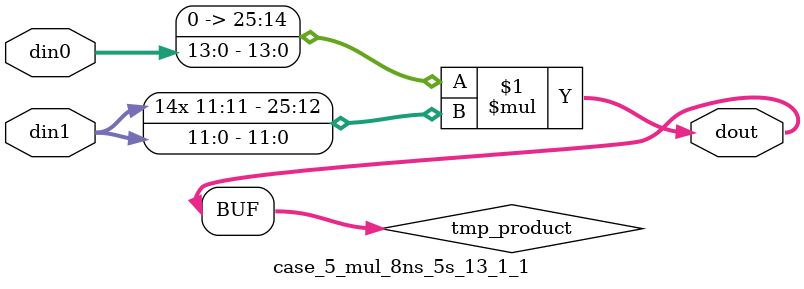
<source format=v>

`timescale 1 ns / 1 ps

 (* use_dsp = "no" *)  module case_5_mul_8ns_5s_13_1_1(din0, din1, dout);
parameter ID = 1;
parameter NUM_STAGE = 0;
parameter din0_WIDTH = 14;
parameter din1_WIDTH = 12;
parameter dout_WIDTH = 26;

input [din0_WIDTH - 1 : 0] din0; 
input [din1_WIDTH - 1 : 0] din1; 
output [dout_WIDTH - 1 : 0] dout;

wire signed [dout_WIDTH - 1 : 0] tmp_product;

























assign tmp_product = $signed({1'b0, din0}) * $signed(din1);










assign dout = tmp_product;





















endmodule

</source>
